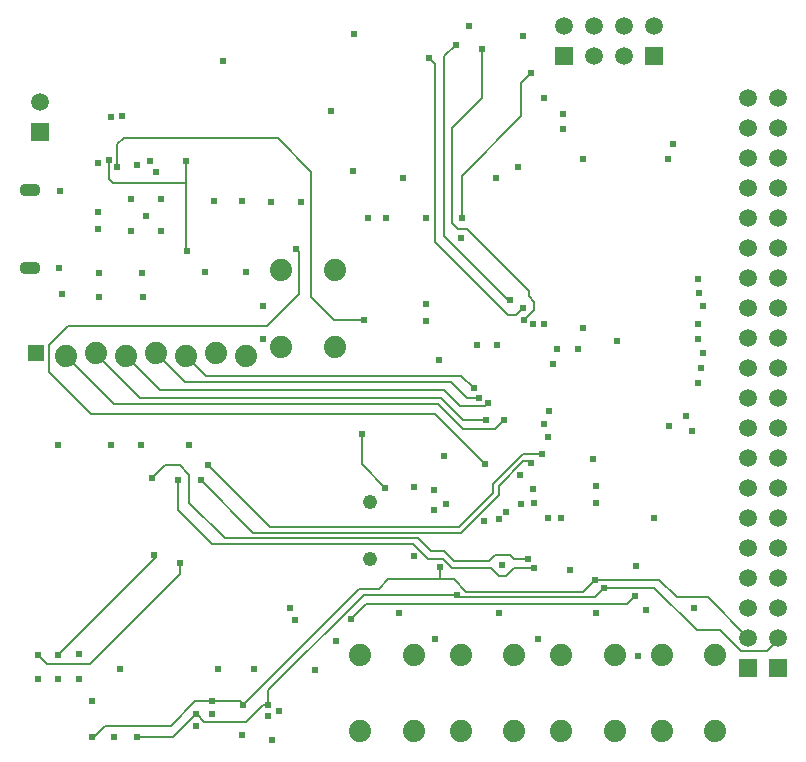
<source format=gbr>
%TF.GenerationSoftware,Novarm,DipTrace,3.2.0.1*%
%TF.CreationDate,2018-09-21T15:33:14-08:00*%
%FSLAX26Y26*%
%MOIN*%
%TF.FileFunction,Copper,L3,Inr*%
%TF.Part,Single*%
%AMOUTLINE1*
4,1,4,
0.026163,0.026163,
0.026205,-0.026121,
-0.026121,-0.026205,
-0.026163,0.026163,
0.026163,0.026163,
0*%
%TA.AperFunction,Conductor*%
%ADD15C,0.007*%
%ADD16C,0.006*%
%TA.AperFunction,ComponentPad*%
%ADD33R,0.059055X0.059055*%
%ADD34C,0.059055*%
%ADD38O,0.070866X0.043307*%
%ADD45C,0.074*%
%ADD62R,0.05937X0.05937*%
%ADD63C,0.05937*%
%ADD67C,0.048*%
%TA.AperFunction,ViaPad*%
%ADD68C,0.024*%
%TA.AperFunction,ComponentPad*%
%ADD147OUTLINE1*%
G75*
G01*
%LPD*%
X970858Y2375912D2*
D15*
Y2303138D1*
Y2074130D1*
X971765Y2075037D1*
X712452Y2378164D2*
Y2315603D1*
X724916Y2303138D1*
X970858D1*
X740540Y2356257D2*
Y2431250D1*
X762412Y2453122D1*
X1274858D1*
X1387347Y2340634D1*
Y1921928D1*
X1462339Y1846936D1*
X1562452D1*
X2097213Y1847213D2*
D16*
X2131201Y1881201D1*
Y1906202D1*
X2112452Y1924952D1*
Y1943701D1*
X1906201Y2149952D1*
X1874952D1*
X1856047Y2168856D1*
Y2487298D1*
X1956201Y2587452D1*
Y2749950D1*
X2156201Y1399952D2*
X2093702D1*
X1993701Y1299950D1*
Y1268701D1*
X1881201Y1156201D1*
X1249952D1*
X1043701Y1362452D1*
X2093701Y1887452D2*
X2068809Y1862559D1*
X2043528D1*
X1799803Y2106284D1*
Y2700099D1*
X1781201Y2718701D1*
X949950Y1037452D2*
Y999950D1*
X649952Y699952D1*
X506201D1*
X474952Y731201D1*
X943701Y1312452D2*
Y1212450D1*
X1056012Y1100139D1*
X1724811D1*
X1774806Y1050145D1*
X1824801D1*
X1856047Y1018898D1*
X1987603D1*
X2012600Y993900D1*
X2037278D1*
X2062276Y1018898D1*
X2131019D1*
X1634196Y1287620D2*
D15*
X1556079Y1365736D1*
Y1465726D1*
X1518583Y850166D2*
X1568578Y900160D1*
X2440785D1*
X2465576Y924952D1*
X1018701Y1312450D2*
D16*
X1193700Y1137452D1*
X1887452D1*
X2012450Y1262450D1*
Y1293701D1*
X2093701Y1374952D1*
X2112450D1*
X2118701Y1368701D1*
X2050197Y1912452D2*
X2043630D1*
X1831050Y2125032D1*
Y2724969D1*
X1868546Y2762465D1*
X2362450Y953076D2*
D15*
X2531201D1*
X2671827Y812450D1*
X2749952D1*
X2818927Y743475D1*
X2906465D1*
X2943701Y780711D1*
Y787450D1*
X1243612Y562696D2*
Y612691D1*
X1562122Y931201D1*
X1871826D1*
Y922033D1*
X2331407D1*
X2362450Y953076D1*
X806158Y456457D2*
D16*
X926167D1*
X1002314Y532604D1*
D15*
D3*
D16*
X1004982D1*
X1031134Y506452D1*
X1168620D1*
X1224864Y562696D1*
X1243612D1*
X2843701Y787450D2*
D15*
Y781236D1*
X2334326Y981201D2*
X2546826D1*
X2606201Y921826D1*
X2709326D1*
X2843701Y787450D1*
X1160723Y564173D2*
X1546705Y950155D1*
X1612323D1*
X1643570Y981402D1*
X1815427D1*
Y1022534D1*
Y981402D2*
X1862250D1*
X1902870Y940781D1*
X2293906D1*
X2334326Y981201D1*
X1056131Y575194D2*
X1149702D1*
X1160723Y564173D1*
X656173Y456457D2*
D16*
X662423D1*
X699919Y493953D1*
X918646D1*
X999887Y575194D1*
X1056131D1*
X2031029Y1512596D2*
X1999782Y1481349D1*
D15*
X1893553D1*
X1809187Y1565715D1*
X730436D1*
X568701Y1727450D1*
X1946826Y1587452D2*
X1906201D1*
X1853076Y1640576D1*
X965575D1*
X868701Y1737450D1*
X1928076Y1618701D2*
X1887452Y1659326D1*
X1036826D1*
X968701Y1727450D1*
X1974950Y1568700D2*
X1965576Y1559326D1*
X1884310D1*
X1831050Y1612586D1*
X883566D1*
X768701Y1727450D1*
X668701Y1737450D2*
X667185Y1735935D1*
X815532Y1587588D1*
X1818563D1*
X1893555Y1512596D1*
X1968847D1*
X862450Y1062452D2*
D16*
X868701D1*
Y1056201D1*
X543701Y731201D1*
X856201Y1318701D2*
X899952Y1362452D1*
X949950D1*
X981201Y1331201D1*
Y1237450D1*
X1099950Y1118701D1*
X1742446D1*
X1786005Y1075142D1*
X1831050D1*
X1862297Y1043895D1*
X1981034D1*
X1999782Y1062643D1*
X2049777D1*
X2062276Y1050145D1*
X2109252D1*
X1965551Y1365600D2*
D15*
X1799807Y1531344D1*
X653049D1*
X512439Y1671954D1*
Y1762439D1*
X574952Y1824952D1*
X1240376D1*
X1346726Y1931302D1*
Y2075037D1*
X1337352Y2084411D1*
X2118520Y2668725D2*
X2087273Y2637478D1*
Y2524990D1*
X1889274Y2326991D1*
Y2187452D1*
D68*
X1281108Y543948D3*
X1399845Y678309D3*
X2174950Y1456201D3*
X2680961Y1937551D3*
X2162452Y1499952D3*
X2674711Y1981297D3*
X2502855Y878288D3*
X2337247Y1293869D3*
X2687210Y1687578D3*
X2337247Y1237625D3*
X2674711Y1637583D3*
X970858Y2375912D3*
X971765Y2075037D3*
X712452Y2378164D3*
X674921Y2149952D3*
Y2206273D3*
X740540Y2356257D3*
X1562452Y1846936D3*
X548502Y2275936D3*
X837404Y2193774D3*
X1252987Y2240645D3*
X1352978D3*
X756299Y2524949D3*
X1091242Y2709324D3*
X1196826Y684326D3*
X1074879D3*
X1257591Y445436D3*
X1196826Y684326D3*
X1257591Y445436D3*
X1796824Y1214272D3*
X1728075Y1059658D3*
X1315576Y887450D3*
X1257591Y445436D3*
X681171Y1921928D3*
X1315576Y887450D3*
X824906Y1921928D3*
X1331299Y846844D3*
X1196826Y684326D3*
X749696D3*
X1331299Y846844D3*
X1002314Y492840D3*
X787683Y2250181D3*
X887452Y2249950D3*
X887310Y2143841D3*
X548502Y2275936D3*
X545377Y2020030D3*
X787683Y2143780D3*
X1831050Y1393858D3*
X1728075Y1290883D3*
X1796824Y1214272D3*
X1062452Y2243701D3*
X1156201D3*
X1062452D3*
X1156201D3*
X1252987Y2240645D3*
X819292Y1431201D3*
X718701D3*
X731071Y456457D3*
X1002314Y492840D3*
X1531082Y2799961D3*
X1091242Y2709324D3*
X1912292Y2824958D3*
X2093523Y2793711D3*
X2162265Y2587483D3*
X1524832Y2343759D3*
X1693565Y2318761D3*
X2003772Y2318550D3*
X2074774Y2356257D3*
X2003772Y2318550D3*
X2293502Y2381255D3*
X2023294Y1029911D3*
X2530977Y1187630D3*
X2023294Y1029911D3*
X1939103Y1762570D3*
X1812302Y1712575D3*
X2274753Y1750071D3*
X1939103Y1762570D3*
X2637215Y1525095D3*
X2274753Y1750071D3*
X981201Y1431201D3*
X819292D3*
X543701D3*
X1956201Y2749950D3*
X2097213Y1847213D3*
X2224759Y2481244D3*
X2156201Y1399952D3*
X1043701Y1362452D3*
X2574722Y2381255D3*
X1781201Y2718701D3*
X2093701Y1887452D3*
X656173Y575194D3*
X612428Y731428D3*
X1156121Y462706D3*
X543685Y650187D3*
X1243612Y525200D3*
X474942Y650187D3*
X1057432Y532605D3*
X612428Y650187D3*
X949950Y1037452D3*
X474952Y731201D3*
X943701Y1312452D3*
X2131019Y1018898D3*
X2162265Y1831313D3*
X1887453Y2118701D3*
X806201Y2362452D3*
X1031777Y2005626D3*
X1768701Y1843701D3*
X849903Y2375005D3*
X1168620Y2006282D3*
X1768557Y1900055D3*
X2131019Y1237625D3*
X2674711Y1781318D3*
X2324748Y1381360D3*
X2693460Y1737572D3*
X1634196Y1287620D3*
X1556079Y1465726D3*
X868701Y2340576D3*
X1224864Y1893788D3*
Y1781318D3*
X1518583Y850166D3*
X2465576Y924952D3*
X2193512Y1700076D3*
X2405990Y1775068D3*
X1018701Y1312450D3*
X2118701Y1368701D3*
X2593470Y2431250D3*
X1868546Y2762465D3*
X2050197Y1912452D3*
X2084149Y1328240D3*
X2693806Y1893806D3*
X2362450Y953076D3*
X1243612Y562696D3*
X2362450Y953076D3*
X1871826Y931201D3*
X806158Y456457D3*
X1002314Y532604D3*
X1243612Y562696D3*
X2124769Y1281370D3*
X2674711Y1831313D3*
X2334326Y981201D3*
X1160723Y564173D3*
X1815427Y1022534D3*
X2334326Y981201D3*
X1056131Y575194D3*
X1160723Y564173D3*
X656173Y456457D3*
X1056131Y575194D3*
X1962286Y1175131D3*
X1468588Y775173D3*
X1799803Y781423D3*
X2012281Y1181381D3*
X2181013Y1543843D3*
X2143517Y781423D3*
X2087273Y1231376D3*
X2474732Y725420D3*
X2031029Y1512596D3*
X556184Y1931302D3*
X1946826Y1587452D3*
X1928076Y1618701D3*
X1974950Y1568700D3*
X1968847Y1512596D3*
X1837299Y1231376D3*
X1453076Y2543701D3*
X2468483Y1027147D3*
X2249756Y1012649D3*
X2580971Y1493848D3*
X2468483Y1027147D3*
X2006032Y1762570D3*
X2206011Y1750071D3*
X676013Y2368756D3*
X821781Y2003170D3*
X678046D3*
X718667Y2521865D3*
X2293502Y1818814D3*
X2224759Y2531239D3*
D3*
X1681066Y868914D3*
X2037278Y1206378D3*
X2012450Y868914D3*
X2174764Y1187630D3*
X2218509D3*
X2337247Y868914D3*
X2655963Y1475100D3*
X2662213Y887662D3*
X862450Y1062452D3*
X543701Y731201D3*
X856201Y1318701D3*
X2109252Y1050145D3*
X1796824Y1281201D3*
X1965551Y1365600D3*
X1337352Y2084411D3*
X1637450Y2185630D3*
X1574960Y2187452D3*
X2124769Y1831313D3*
X1637450Y2185630D3*
X1889274Y2187452D3*
X1768710D3*
X2118520Y2668725D3*
X1889274Y2187452D3*
D33*
X484316Y2471870D3*
D34*
Y2571870D3*
D38*
X448999Y2279873D3*
Y2020030D3*
D147*
X468701Y1737450D3*
D45*
X568701Y1727450D3*
X668701Y1737450D3*
X768701Y1727450D3*
X868701Y1737450D3*
X968701Y1727450D3*
X1068701Y1737450D3*
X1168701Y1727450D3*
D33*
X2843701Y687450D3*
D34*
Y787450D3*
Y887450D3*
Y987450D3*
Y1087450D3*
Y1187450D3*
Y1287450D3*
Y1387450D3*
Y1487450D3*
Y1587450D3*
Y1687450D3*
Y1787450D3*
Y1887450D3*
Y1987450D3*
Y2087450D3*
Y2187450D3*
Y2287450D3*
Y2387450D3*
Y2487450D3*
Y2587450D3*
D33*
X2943701Y687450D3*
D34*
Y787450D3*
Y887450D3*
Y987450D3*
Y1087450D3*
Y1187450D3*
Y1287450D3*
Y1387450D3*
Y1487450D3*
Y1587450D3*
Y1687450D3*
Y1787450D3*
Y1887450D3*
Y1987450D3*
Y2087450D3*
Y2187450D3*
Y2287450D3*
Y2387450D3*
Y2487450D3*
Y2587450D3*
D45*
X1287450Y1756201D3*
Y2012201D3*
X1465450Y1756201D3*
Y2012201D3*
X1549950Y474950D3*
Y730950D3*
X1727950Y474950D3*
Y730950D3*
X1885368Y474950D3*
Y730950D3*
X2063368Y474950D3*
Y730950D3*
X2220784Y474950D3*
Y730950D3*
X2398784Y474950D3*
Y730950D3*
X2556201Y474950D3*
Y730950D3*
X2734201Y474950D3*
Y730950D3*
D62*
X2530977Y2724969D3*
D63*
Y2824969D3*
X2430977Y2724969D3*
Y2824969D3*
X2330977Y2724969D3*
Y2824969D3*
D62*
X2230977Y2724969D3*
D63*
Y2824969D3*
D67*
X1584326Y1049954D3*
Y1239954D3*
M02*

</source>
